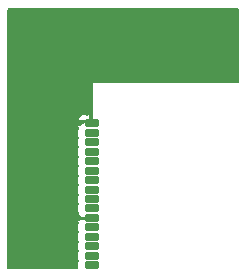
<source format=gbr>
%TF.GenerationSoftware,KiCad,Pcbnew,7.0.8*%
%TF.CreationDate,2024-06-14T11:44:33-04:00*%
%TF.ProjectId,mavnusadapter,6d61766e-7573-4616-9461-707465722e6b,rev?*%
%TF.SameCoordinates,Original*%
%TF.FileFunction,Copper,L2,Bot*%
%TF.FilePolarity,Positive*%
%FSLAX46Y46*%
G04 Gerber Fmt 4.6, Leading zero omitted, Abs format (unit mm)*
G04 Created by KiCad (PCBNEW 7.0.8) date 2024-06-14 11:44:33*
%MOMM*%
%LPD*%
G01*
G04 APERTURE LIST*
G04 Aperture macros list*
%AMRoundRect*
0 Rectangle with rounded corners*
0 $1 Rounding radius*
0 $2 $3 $4 $5 $6 $7 $8 $9 X,Y pos of 4 corners*
0 Add a 4 corners polygon primitive as box body*
4,1,4,$2,$3,$4,$5,$6,$7,$8,$9,$2,$3,0*
0 Add four circle primitives for the rounded corners*
1,1,$1+$1,$2,$3*
1,1,$1+$1,$4,$5*
1,1,$1+$1,$6,$7*
1,1,$1+$1,$8,$9*
0 Add four rect primitives between the rounded corners*
20,1,$1+$1,$2,$3,$4,$5,0*
20,1,$1+$1,$4,$5,$6,$7,0*
20,1,$1+$1,$6,$7,$8,$9,0*
20,1,$1+$1,$8,$9,$2,$3,0*%
G04 Aperture macros list end*
%TA.AperFunction,CastellatedPad*%
%ADD10RoundRect,0.150000X-0.475000X-0.150000X0.475000X-0.150000X0.475000X0.150000X-0.475000X0.150000X0*%
%TD*%
%TA.AperFunction,ViaPad*%
%ADD11C,0.800000*%
%TD*%
%TA.AperFunction,Conductor*%
%ADD12C,0.250000*%
%TD*%
G04 APERTURE END LIST*
D10*
%TO.P,REF\u002A\u002A,1*%
%TO.N,GND*%
X23019600Y-26643600D03*
%TO.P,REF\u002A\u002A,2*%
%TO.N,D0*%
X23019600Y-27443600D03*
%TO.P,REF\u002A\u002A,3*%
%TO.N,D1*%
X23019600Y-28243600D03*
%TO.P,REF\u002A\u002A,4*%
%TO.N,D2*%
X23019600Y-29043600D03*
%TO.P,REF\u002A\u002A,5*%
%TO.N,D3*%
X23019600Y-29843600D03*
%TO.P,REF\u002A\u002A,6*%
%TO.N,D4*%
X23019600Y-30643600D03*
%TO.P,REF\u002A\u002A,7*%
%TO.N,D5*%
X23019600Y-31443600D03*
%TO.P,REF\u002A\u002A,8*%
%TO.N,D6*%
X23019600Y-32243600D03*
%TO.P,REF\u002A\u002A,9*%
%TO.N,3v3*%
X23019600Y-33043600D03*
%TO.P,REF\u002A\u002A,10*%
%TO.N,/DSYNC*%
X23019600Y-33843600D03*
%TO.P,REF\u002A\u002A,11*%
%TO.N,GND*%
X23019600Y-34643600D03*
%TO.P,REF\u002A\u002A,12*%
%TO.N,CLK*%
X23019600Y-35443600D03*
%TO.P,REF\u002A\u002A,13*%
%TO.N,N/C*%
X23019600Y-36243600D03*
%TO.P,REF\u002A\u002A,14*%
X23019600Y-37043600D03*
%TO.P,REF\u002A\u002A,15*%
X23019600Y-37843600D03*
%TO.P,REF\u002A\u002A,16*%
X23019600Y-38643600D03*
%TD*%
D11*
%TO.N,GND*%
X16510000Y-24130000D03*
X18592800Y-17424400D03*
X32385000Y-20548600D03*
X32080200Y-17322800D03*
X24841200Y-22580600D03*
X17369301Y-21661901D03*
X31216600Y-18821400D03*
X22661099Y-25632899D03*
X34010600Y-21691600D03*
X34010600Y-19481800D03*
X17424400Y-19456400D03*
%TD*%
D12*
%TO.N,GND*%
X21880997Y-34643600D02*
X23019600Y-34643600D01*
%TD*%
%TA.AperFunction,Conductor*%
%TO.N,GND*%
G36*
X35426339Y-16910685D02*
G01*
X35472094Y-16963489D01*
X35483300Y-17015000D01*
X35483300Y-23116500D01*
X35463615Y-23183539D01*
X35410811Y-23229294D01*
X35359300Y-23240500D01*
X23164160Y-23240500D01*
X23163954Y-23240459D01*
X23139400Y-23240459D01*
X23139301Y-23240500D01*
X23139017Y-23240616D01*
X23139015Y-23240618D01*
X23138859Y-23240999D01*
X23138876Y-23265616D01*
X23138871Y-23265616D01*
X23138900Y-23265759D01*
X23138900Y-26443600D01*
X22897068Y-26443600D01*
X22830592Y-26458773D01*
X22759213Y-26515695D01*
X22719600Y-26597951D01*
X22719600Y-26643100D01*
X22478904Y-26643100D01*
X22442032Y-26646001D01*
X22442026Y-26646002D01*
X22284206Y-26691854D01*
X22284203Y-26691855D01*
X22142737Y-26775517D01*
X22142733Y-26775520D01*
X22101853Y-26816400D01*
X22060971Y-26857282D01*
X21999651Y-26890766D01*
X21973292Y-26893600D01*
X21897305Y-26893600D01*
X21897304Y-26893601D01*
X21897499Y-26896088D01*
X21897500Y-26896094D01*
X21930044Y-27008108D01*
X21930044Y-27077298D01*
X21897002Y-27191026D01*
X21897001Y-27191032D01*
X21894100Y-27227904D01*
X21894100Y-27659296D01*
X21897001Y-27696167D01*
X21897002Y-27696173D01*
X21929784Y-27809005D01*
X21929784Y-27878195D01*
X21897002Y-27991026D01*
X21897001Y-27991032D01*
X21894100Y-28027904D01*
X21894100Y-28459296D01*
X21897001Y-28496167D01*
X21897002Y-28496173D01*
X21929784Y-28609005D01*
X21929784Y-28678195D01*
X21897002Y-28791026D01*
X21897001Y-28791032D01*
X21894100Y-28827904D01*
X21894100Y-29259296D01*
X21897001Y-29296167D01*
X21897002Y-29296173D01*
X21929784Y-29409005D01*
X21929784Y-29478195D01*
X21897002Y-29591026D01*
X21897001Y-29591032D01*
X21894100Y-29627904D01*
X21894100Y-30059296D01*
X21897001Y-30096167D01*
X21897002Y-30096173D01*
X21929784Y-30209005D01*
X21929784Y-30278195D01*
X21897002Y-30391026D01*
X21897001Y-30391032D01*
X21894100Y-30427904D01*
X21894100Y-30859296D01*
X21897001Y-30896167D01*
X21897002Y-30896173D01*
X21929784Y-31009005D01*
X21929784Y-31078195D01*
X21897002Y-31191026D01*
X21897001Y-31191032D01*
X21894100Y-31227904D01*
X21894100Y-31659296D01*
X21897001Y-31696167D01*
X21897002Y-31696173D01*
X21929784Y-31809005D01*
X21929784Y-31878195D01*
X21897002Y-31991026D01*
X21897001Y-31991032D01*
X21894100Y-32027904D01*
X21894100Y-32459296D01*
X21897001Y-32496167D01*
X21897002Y-32496173D01*
X21929784Y-32609005D01*
X21929784Y-32678195D01*
X21897002Y-32791026D01*
X21897001Y-32791032D01*
X21894100Y-32827904D01*
X21894100Y-33259296D01*
X21897001Y-33296167D01*
X21897002Y-33296173D01*
X21929784Y-33409005D01*
X21929784Y-33478195D01*
X21897002Y-33591026D01*
X21897001Y-33591032D01*
X21894100Y-33627904D01*
X21894100Y-34059296D01*
X21897001Y-34096167D01*
X21897002Y-34096173D01*
X21930044Y-34209900D01*
X21930045Y-34279090D01*
X21897499Y-34391112D01*
X21897304Y-34393599D01*
X21897305Y-34393600D01*
X21973292Y-34393600D01*
X22040331Y-34413285D01*
X22060968Y-34429914D01*
X22142735Y-34511681D01*
X22183640Y-34535872D01*
X22185324Y-34536868D01*
X22233007Y-34587938D01*
X22245510Y-34656679D01*
X22218864Y-34721269D01*
X22185324Y-34750332D01*
X22142735Y-34775519D01*
X22142733Y-34775520D01*
X22101853Y-34816400D01*
X22060971Y-34857282D01*
X21999651Y-34890766D01*
X21973292Y-34893600D01*
X21897305Y-34893600D01*
X21897304Y-34893601D01*
X21897499Y-34896088D01*
X21897500Y-34896094D01*
X21930044Y-35008108D01*
X21930044Y-35077298D01*
X21897002Y-35191026D01*
X21897001Y-35191032D01*
X21894100Y-35227904D01*
X21894100Y-35659296D01*
X21897001Y-35696167D01*
X21897002Y-35696173D01*
X21929784Y-35809005D01*
X21929784Y-35878195D01*
X21897002Y-35991026D01*
X21897001Y-35991032D01*
X21894100Y-36027904D01*
X21894100Y-36459296D01*
X21897001Y-36496167D01*
X21897002Y-36496173D01*
X21929784Y-36609005D01*
X21929784Y-36678195D01*
X21897002Y-36791026D01*
X21897001Y-36791032D01*
X21894100Y-36827904D01*
X21894100Y-37259296D01*
X21897001Y-37296167D01*
X21897002Y-37296173D01*
X21929784Y-37409005D01*
X21929784Y-37478195D01*
X21897002Y-37591026D01*
X21897001Y-37591032D01*
X21894100Y-37627904D01*
X21894100Y-38059296D01*
X21897001Y-38096167D01*
X21897002Y-38096173D01*
X21929784Y-38209005D01*
X21929784Y-38278195D01*
X21897002Y-38391026D01*
X21897001Y-38391032D01*
X21894100Y-38427904D01*
X21894100Y-38839600D01*
X21874415Y-38906639D01*
X21821611Y-38952394D01*
X21770100Y-38963600D01*
X15999500Y-38963600D01*
X15932461Y-38943915D01*
X15886706Y-38891111D01*
X15875500Y-38839600D01*
X15875500Y-26393598D01*
X21897304Y-26393598D01*
X21897305Y-26393600D01*
X22769600Y-26393600D01*
X22769600Y-25843600D01*
X22478956Y-25843600D01*
X22442110Y-25846499D01*
X22442104Y-25846500D01*
X22284406Y-25892316D01*
X22284403Y-25892317D01*
X22143047Y-25975914D01*
X22143038Y-25975921D01*
X22026921Y-26092038D01*
X22026914Y-26092047D01*
X21943318Y-26233401D01*
X21897499Y-26391113D01*
X21897304Y-26393598D01*
X15875500Y-26393598D01*
X15875500Y-17015000D01*
X15895185Y-16947961D01*
X15947989Y-16902206D01*
X15999500Y-16891000D01*
X35359300Y-16891000D01*
X35426339Y-16910685D01*
G37*
%TD.AperFunction*%
%TD*%
M02*

</source>
